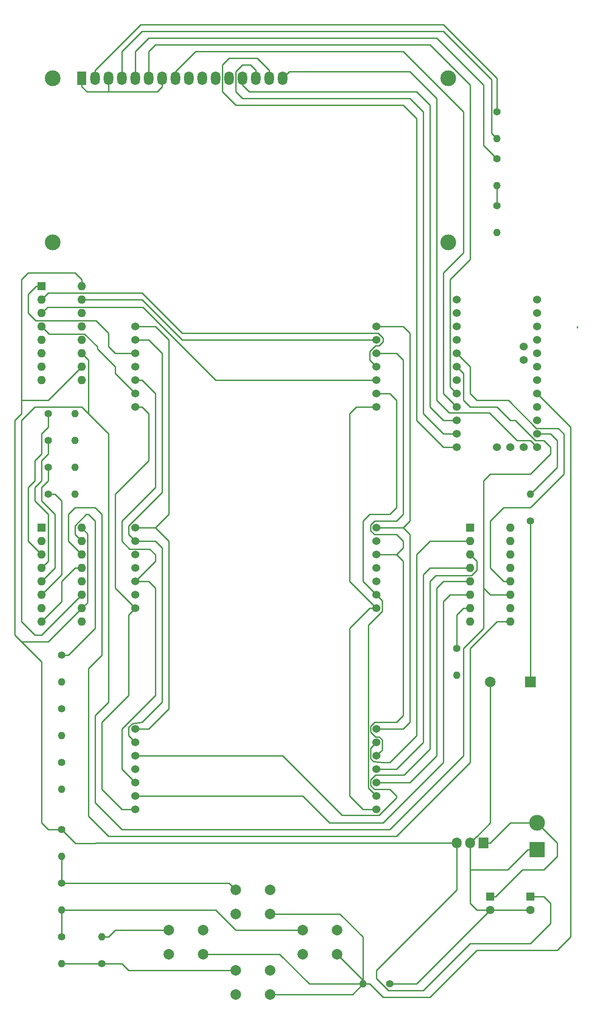
<source format=gtl>
G04 #@! TF.GenerationSoftware,KiCad,Pcbnew,5.1.5-52549c5~84~ubuntu19.10.1*
G04 #@! TF.CreationDate,2020-02-09T00:12:04+01:00*
G04 #@! TF.ProjectId,tetris-board,74657472-6973-42d6-926f-6172642e6b69,rev?*
G04 #@! TF.SameCoordinates,Original*
G04 #@! TF.FileFunction,Copper,L1,Top*
G04 #@! TF.FilePolarity,Positive*
%FSLAX46Y46*%
G04 Gerber Fmt 4.6, Leading zero omitted, Abs format (unit mm)*
G04 Created by KiCad (PCBNEW 5.1.5-52549c5~84~ubuntu19.10.1) date 2020-02-09 00:12:04*
%MOMM*%
%LPD*%
G04 APERTURE LIST*
%ADD10C,1.524000*%
%ADD11O,1.600000X1.600000*%
%ADD12R,1.600000X1.600000*%
%ADD13C,3.000000*%
%ADD14R,3.000000X3.000000*%
%ADD15O,1.905000X2.000000*%
%ADD16R,1.905000X2.000000*%
%ADD17C,1.600000*%
%ADD18O,1.800000X2.600000*%
%ADD19R,1.800000X2.600000*%
%ADD20C,2.000000*%
%ADD21O,1.400000X1.400000*%
%ADD22C,1.400000*%
%ADD23R,2.000000X2.000000*%
%ADD24C,0.250000*%
G04 APERTURE END LIST*
D10*
X111760000Y-74930000D03*
X111760000Y-77470000D03*
X99060000Y-66040000D03*
X99060000Y-68580000D03*
X99060000Y-71120000D03*
X99060000Y-73660000D03*
X99060000Y-76200000D03*
X99060000Y-78740000D03*
X99060000Y-81280000D03*
X99060000Y-83820000D03*
X99060000Y-86360000D03*
X99060000Y-88900000D03*
X99060000Y-91440000D03*
X99060000Y-93980000D03*
X106680000Y-93980000D03*
X109220000Y-93980000D03*
X111760000Y-93980000D03*
X114300000Y-66040000D03*
X114300000Y-68580000D03*
X114300000Y-71120000D03*
X114300000Y-73660000D03*
X114300000Y-76200000D03*
X114300000Y-78740000D03*
X114300000Y-81280000D03*
X114300000Y-83820000D03*
X114300000Y-86360000D03*
X114300000Y-88900000D03*
X114300000Y-91440000D03*
X114300000Y-93980000D03*
X83820000Y-162560000D03*
X83820000Y-160020000D03*
X83820000Y-157480000D03*
X83820000Y-154940000D03*
X83820000Y-152400000D03*
X83820000Y-149860000D03*
X83820000Y-147320000D03*
X38100000Y-162560000D03*
X38100000Y-160020000D03*
X38100000Y-157480000D03*
X38100000Y-154940000D03*
X38100000Y-152400000D03*
X38100000Y-149860000D03*
X38100000Y-147320000D03*
X83820000Y-124460000D03*
X83820000Y-121920000D03*
X83820000Y-119380000D03*
X83820000Y-116840000D03*
X83820000Y-114300000D03*
X83820000Y-111760000D03*
X83820000Y-109220000D03*
X38100000Y-124460000D03*
X38100000Y-121920000D03*
X38100000Y-119380000D03*
X38100000Y-116840000D03*
X38100000Y-114300000D03*
X38100000Y-111760000D03*
X38100000Y-109220000D03*
D11*
X27940000Y-63500000D03*
X20320000Y-81280000D03*
X27940000Y-66040000D03*
X20320000Y-78740000D03*
X27940000Y-68580000D03*
X20320000Y-76200000D03*
X27940000Y-71120000D03*
X20320000Y-73660000D03*
X27940000Y-73660000D03*
X20320000Y-71120000D03*
X27940000Y-76200000D03*
X20320000Y-68580000D03*
X27940000Y-78740000D03*
X20320000Y-66040000D03*
X27940000Y-81280000D03*
D12*
X20320000Y-63500000D03*
D10*
X83820000Y-86360000D03*
X83820000Y-83820000D03*
X83820000Y-81280000D03*
X83820000Y-78740000D03*
X83820000Y-76200000D03*
X83820000Y-73660000D03*
X83820000Y-71120000D03*
X38100000Y-86360000D03*
X38100000Y-83820000D03*
X38100000Y-81280000D03*
X38100000Y-78740000D03*
X38100000Y-76200000D03*
X38100000Y-73660000D03*
X38100000Y-71120000D03*
D11*
X27940000Y-109220000D03*
X20320000Y-127000000D03*
X27940000Y-111760000D03*
X20320000Y-124460000D03*
X27940000Y-114300000D03*
X20320000Y-121920000D03*
X27940000Y-116840000D03*
X20320000Y-119380000D03*
X27940000Y-119380000D03*
X20320000Y-116840000D03*
X27940000Y-121920000D03*
X20320000Y-114300000D03*
X27940000Y-124460000D03*
X20320000Y-111760000D03*
X27940000Y-127000000D03*
D12*
X20320000Y-109220000D03*
D13*
X114300000Y-165100000D03*
D14*
X114300000Y-170180000D03*
D15*
X99060000Y-168910000D03*
X101600000Y-168910000D03*
D16*
X104140000Y-168910000D03*
D17*
X113030000Y-181570000D03*
D12*
X113030000Y-179070000D03*
D17*
X105410000Y-181570000D03*
D12*
X105410000Y-179070000D03*
D13*
X97440000Y-24130000D03*
X97439480Y-55130700D03*
X22440900Y-55130700D03*
X22440900Y-24130000D03*
D18*
X66040000Y-24130000D03*
X63500000Y-24130000D03*
X60960000Y-24130000D03*
X58420000Y-24130000D03*
X55880000Y-24130000D03*
X53340000Y-24130000D03*
X50800000Y-24130000D03*
X48260000Y-24130000D03*
X45720000Y-24130000D03*
X43180000Y-24130000D03*
X40640000Y-24130000D03*
X38100000Y-24130000D03*
X35560000Y-24130000D03*
X33020000Y-24130000D03*
X30480000Y-24130000D03*
D19*
X27940000Y-24130000D03*
D20*
X76350000Y-185420000D03*
X76350000Y-189920000D03*
X69850000Y-185420000D03*
X69850000Y-189920000D03*
X63650000Y-193040000D03*
X63650000Y-197540000D03*
X57150000Y-193040000D03*
X57150000Y-197540000D03*
X63650000Y-177800000D03*
X63650000Y-182300000D03*
X57150000Y-177800000D03*
X57150000Y-182300000D03*
X50950000Y-185420000D03*
X50950000Y-189920000D03*
X44450000Y-185420000D03*
X44450000Y-189920000D03*
D21*
X113030000Y-102870000D03*
D22*
X113030000Y-107950000D03*
D21*
X106680000Y-35560000D03*
D22*
X106680000Y-30480000D03*
D21*
X106680000Y-44450000D03*
D22*
X106680000Y-39370000D03*
D21*
X106680000Y-53340000D03*
D22*
X106680000Y-48260000D03*
D21*
X81280000Y-195580000D03*
D22*
X86360000Y-195580000D03*
D21*
X31750000Y-186690000D03*
D22*
X31750000Y-191770000D03*
D21*
X24130000Y-191770000D03*
D22*
X24130000Y-186690000D03*
D21*
X24130000Y-181610000D03*
D22*
X24130000Y-176530000D03*
D21*
X24130000Y-171450000D03*
D22*
X24130000Y-166370000D03*
D20*
X105430000Y-138430000D03*
D23*
X113030000Y-138430000D03*
D21*
X26670000Y-102870000D03*
D22*
X21590000Y-102870000D03*
D21*
X26670000Y-97790000D03*
D22*
X21590000Y-97790000D03*
D21*
X26670000Y-92710000D03*
D22*
X21590000Y-92710000D03*
D21*
X26670000Y-87630000D03*
D22*
X21590000Y-87630000D03*
D21*
X24130000Y-138430000D03*
D22*
X24130000Y-133350000D03*
D21*
X99060000Y-137160000D03*
D22*
X99060000Y-132080000D03*
D21*
X24130000Y-158750000D03*
D22*
X24130000Y-153670000D03*
D21*
X24130000Y-148590000D03*
D22*
X24130000Y-143510000D03*
D11*
X109220000Y-109220000D03*
X101600000Y-127000000D03*
X109220000Y-111760000D03*
X101600000Y-124460000D03*
X109220000Y-114300000D03*
X101600000Y-121920000D03*
X109220000Y-116840000D03*
X101600000Y-119380000D03*
X109220000Y-119380000D03*
X101600000Y-116840000D03*
X109220000Y-121920000D03*
X101600000Y-114300000D03*
X109220000Y-124460000D03*
X101600000Y-111760000D03*
X109220000Y-127000000D03*
D12*
X101600000Y-109220000D03*
D24*
X121920000Y-71120000D02*
X121920000Y-71364999D01*
X83820000Y-81280000D02*
X53340000Y-81280000D01*
X21119999Y-67780001D02*
X20320000Y-68580000D01*
X21445001Y-67454999D02*
X21119999Y-67780001D01*
X39514999Y-67454999D02*
X21445001Y-67454999D01*
X53340000Y-81280000D02*
X39514999Y-67454999D01*
X83820000Y-78740000D02*
X82550000Y-77470000D01*
X84341761Y-74747001D02*
X85090000Y-73998762D01*
X83664237Y-74747001D02*
X84341761Y-74747001D01*
X82550000Y-77470000D02*
X82550000Y-75861238D01*
X82550000Y-75861238D02*
X83664237Y-74747001D01*
X85090000Y-73321238D02*
X84158762Y-72390000D01*
X85090000Y-73998762D02*
X85090000Y-73321238D01*
X84158762Y-72390000D02*
X46990000Y-72390000D01*
X46990000Y-72390000D02*
X39370000Y-64770000D01*
X21590000Y-64770000D02*
X20320000Y-66040000D01*
X39370000Y-64770000D02*
X21590000Y-64770000D01*
X83820000Y-73660000D02*
X46990000Y-73660000D01*
X39370000Y-66040000D02*
X27940000Y-66040000D01*
X46990000Y-73660000D02*
X39370000Y-66040000D01*
X34290000Y-80010000D02*
X38100000Y-83820000D01*
X34290000Y-78740000D02*
X34290000Y-80010000D01*
X28480001Y-72534999D02*
X30875002Y-74930000D01*
X30875002Y-74930000D02*
X30875002Y-75325002D01*
X21734999Y-72534999D02*
X28480001Y-72534999D01*
X20320000Y-71120000D02*
X21734999Y-72534999D01*
X30875002Y-75325002D02*
X34290000Y-78740000D01*
X38100000Y-76200000D02*
X34290000Y-76200000D01*
X34290000Y-76200000D02*
X33020000Y-74930000D01*
X33020000Y-74930000D02*
X33020000Y-72390000D01*
X30624999Y-69994999D02*
X19194999Y-69994999D01*
X33020000Y-72390000D02*
X30624999Y-69994999D01*
X19194999Y-69994999D02*
X17780000Y-68580000D01*
X17780000Y-64990000D02*
X19270000Y-63500000D01*
X19270000Y-63500000D02*
X20320000Y-63500000D01*
X17780000Y-68580000D02*
X17780000Y-64990000D01*
X90170000Y-157480000D02*
X83820000Y-157480000D01*
X95250000Y-152400000D02*
X90170000Y-157480000D01*
X95250000Y-120650000D02*
X95250000Y-152400000D01*
X99060000Y-119380000D02*
X96520000Y-119380000D01*
X96520000Y-119380000D02*
X95250000Y-120650000D01*
X99060000Y-119380000D02*
X101600000Y-119380000D01*
X92710000Y-149860000D02*
X87630000Y-154940000D01*
X99060000Y-116840000D02*
X93980000Y-116840000D01*
X87630000Y-154940000D02*
X83820000Y-154940000D01*
X92710000Y-118110000D02*
X92710000Y-149860000D01*
X93980000Y-116840000D02*
X92710000Y-118110000D01*
X99060000Y-116840000D02*
X101600000Y-116840000D01*
X93980000Y-111760000D02*
X99060000Y-111760000D01*
X91440000Y-114300000D02*
X93980000Y-111760000D01*
X91440000Y-148590000D02*
X91440000Y-114300000D01*
X86360000Y-153670000D02*
X91440000Y-148590000D01*
X82732999Y-150947001D02*
X82732999Y-152921761D01*
X83820000Y-149860000D02*
X82732999Y-150947001D01*
X99060000Y-111760000D02*
X101600000Y-111760000D01*
X82732999Y-152921761D02*
X83298239Y-153487001D01*
X83298239Y-153487001D02*
X85090000Y-153670000D01*
X85090000Y-153670000D02*
X86360000Y-153670000D01*
X69850000Y-160020000D02*
X38100000Y-160020000D01*
X97790000Y-121920000D02*
X96520000Y-123190000D01*
X101600000Y-121920000D02*
X97790000Y-121920000D01*
X74930000Y-165100000D02*
X69850000Y-160020000D01*
X85090000Y-165100000D02*
X74930000Y-165100000D01*
X96520000Y-123190000D02*
X96520000Y-153670000D01*
X96520000Y-153670000D02*
X85090000Y-165100000D01*
X84341761Y-163647001D02*
X77287001Y-163647001D01*
X66040000Y-152400000D02*
X38100000Y-152400000D01*
X87630000Y-160020000D02*
X87630000Y-160358762D01*
X77287001Y-163647001D02*
X66040000Y-152400000D01*
X86360000Y-158750000D02*
X87630000Y-160020000D01*
X83481238Y-158750000D02*
X86360000Y-158750000D01*
X101850003Y-118254999D02*
X95105001Y-118254999D01*
X102870000Y-115570000D02*
X102870000Y-117235002D01*
X102870000Y-117235002D02*
X101850003Y-118254999D01*
X95105001Y-118254999D02*
X93980000Y-119380000D01*
X93980000Y-119380000D02*
X93980000Y-151130000D01*
X82732999Y-158001761D02*
X83481238Y-158750000D01*
X93980000Y-151130000D02*
X89082999Y-156027001D01*
X101600000Y-114300000D02*
X102870000Y-115570000D01*
X89082999Y-156027001D02*
X83664237Y-156027001D01*
X83664237Y-156027001D02*
X82732999Y-156958239D01*
X87630000Y-160358762D02*
X84341761Y-163647001D01*
X82732999Y-156958239D02*
X82732999Y-158001761D01*
X25400000Y-106680000D02*
X25400000Y-111760000D01*
X26670000Y-105410000D02*
X25400000Y-106680000D01*
X87630000Y-167640000D02*
X33020000Y-167640000D01*
X101600000Y-153670000D02*
X87630000Y-167640000D01*
X33020000Y-167640000D02*
X29210000Y-163830000D01*
X31750000Y-133350000D02*
X31750000Y-106680000D01*
X30480000Y-105410000D02*
X26670000Y-105410000D01*
X29210000Y-135890000D02*
X31750000Y-133350000D01*
X101600000Y-132080000D02*
X101600000Y-153670000D01*
X25400000Y-111760000D02*
X27940000Y-114300000D01*
X106680000Y-127000000D02*
X101600000Y-132080000D01*
X31750000Y-106680000D02*
X30480000Y-105410000D01*
X109220000Y-127000000D02*
X106680000Y-127000000D01*
X29210000Y-163830000D02*
X29210000Y-135890000D01*
X37338001Y-156718001D02*
X38100000Y-157480000D01*
X35560000Y-154940000D02*
X38100000Y-157480000D01*
X38100000Y-119380000D02*
X40640000Y-119380000D01*
X41910000Y-120650000D02*
X41910000Y-140970000D01*
X35560000Y-147320000D02*
X35560000Y-154940000D01*
X41910000Y-140970000D02*
X35560000Y-147320000D01*
X40640000Y-119380000D02*
X41910000Y-120650000D01*
X40822999Y-113212999D02*
X41910000Y-114300000D01*
X35560000Y-111760000D02*
X37012999Y-113212999D01*
X41910000Y-114300000D02*
X41910000Y-115570000D01*
X37012999Y-113212999D02*
X40822999Y-113212999D01*
X38100000Y-81280000D02*
X39370000Y-81280000D01*
X41910000Y-83820000D02*
X41910000Y-101600000D01*
X35560000Y-107950000D02*
X35560000Y-111760000D01*
X41910000Y-115570000D02*
X38100000Y-119380000D01*
X39370000Y-81280000D02*
X41910000Y-83820000D01*
X41910000Y-101600000D02*
X35560000Y-107950000D01*
X41910000Y-109220000D02*
X38100000Y-109220000D01*
X41910000Y-109220000D02*
X44450000Y-111760000D01*
X44450000Y-106680000D02*
X41910000Y-109220000D01*
X41910000Y-71120000D02*
X44450000Y-73660000D01*
X44450000Y-73660000D02*
X44450000Y-106680000D01*
X38100000Y-71120000D02*
X41910000Y-71120000D01*
X44450000Y-143510000D02*
X40640000Y-147320000D01*
X40640000Y-147320000D02*
X38100000Y-147320000D01*
X44450000Y-111760000D02*
X44450000Y-143510000D01*
X36830000Y-148590000D02*
X37338001Y-149098001D01*
X36830000Y-146981238D02*
X36830000Y-148590000D01*
X37578239Y-146232999D02*
X36830000Y-146981238D01*
X37338001Y-149098001D02*
X38100000Y-149860000D01*
X38100000Y-111760000D02*
X41910000Y-111760000D01*
X41910000Y-111760000D02*
X43180000Y-113030000D01*
X43180000Y-142240000D02*
X39370000Y-146050000D01*
X43180000Y-113030000D02*
X43180000Y-142240000D01*
X39370000Y-146050000D02*
X37578239Y-146232999D01*
X36830000Y-110490000D02*
X38100000Y-111760000D01*
X40640000Y-73660000D02*
X43180000Y-76200000D01*
X38100000Y-73660000D02*
X40640000Y-73660000D01*
X36830000Y-108881238D02*
X36830000Y-110490000D01*
X43180000Y-76200000D02*
X43180000Y-102531238D01*
X43180000Y-102531238D02*
X36830000Y-108881238D01*
X101600000Y-124460000D02*
X100330000Y-124460000D01*
X99060000Y-125730000D02*
X99060000Y-132080000D01*
X100330000Y-124460000D02*
X99060000Y-125730000D01*
X35560000Y-162560000D02*
X38100000Y-162560000D01*
X36830000Y-125730000D02*
X36830000Y-140970000D01*
X36830000Y-140970000D02*
X31750000Y-146050000D01*
X38100000Y-124460000D02*
X36830000Y-125730000D01*
X31750000Y-146050000D02*
X31750000Y-158750000D01*
X31750000Y-158750000D02*
X35560000Y-162560000D01*
X34290000Y-120650000D02*
X38100000Y-124460000D01*
X38100000Y-86360000D02*
X39370000Y-86360000D01*
X40640000Y-96520000D02*
X34290000Y-102870000D01*
X40640000Y-87630000D02*
X40640000Y-96520000D01*
X39370000Y-86360000D02*
X40640000Y-87630000D01*
X34290000Y-102870000D02*
X34290000Y-120650000D01*
X27940000Y-111760000D02*
X26670000Y-110490000D01*
X26670000Y-110490000D02*
X26670000Y-108824998D01*
X26670000Y-108824998D02*
X28814998Y-106680000D01*
X29210000Y-106680000D02*
X30480000Y-107950000D01*
X28814998Y-106680000D02*
X29210000Y-106680000D01*
X24130000Y-133350000D02*
X25400000Y-133350000D01*
X25400000Y-133350000D02*
X30480000Y-128270000D01*
X30480000Y-107950000D02*
X30480000Y-128270000D01*
X88900000Y-113030000D02*
X87630000Y-114300000D01*
X87630000Y-107950000D02*
X83481238Y-107950000D01*
X88900000Y-106680000D02*
X87630000Y-107950000D01*
X83481238Y-107950000D02*
X82732999Y-108698239D01*
X87630000Y-110490000D02*
X88900000Y-111760000D01*
X87630000Y-114300000D02*
X83820000Y-114300000D01*
X88900000Y-77470000D02*
X88900000Y-106680000D01*
X83820000Y-76200000D02*
X87630000Y-76200000D01*
X87630000Y-76200000D02*
X88900000Y-77470000D01*
X83481238Y-110490000D02*
X87630000Y-110490000D01*
X82732999Y-108698239D02*
X82732999Y-109741761D01*
X88900000Y-111760000D02*
X88900000Y-113030000D01*
X82732999Y-109741761D02*
X83481238Y-110490000D01*
X87630000Y-114300000D02*
X88900000Y-115570000D01*
X88900000Y-115570000D02*
X88900000Y-144780000D01*
X88900000Y-144780000D02*
X87630000Y-146050000D01*
X84907001Y-151312999D02*
X84581999Y-151638001D01*
X83664237Y-148772999D02*
X84341761Y-148772999D01*
X82732999Y-147841761D02*
X83664237Y-148772999D01*
X84581999Y-151638001D02*
X83820000Y-152400000D01*
X84907001Y-149338239D02*
X84907001Y-151312999D01*
X82732999Y-146798239D02*
X82732999Y-147841761D01*
X84341761Y-148772999D02*
X84907001Y-149338239D01*
X83481238Y-146050000D02*
X82732999Y-146798239D01*
X87630000Y-146050000D02*
X83481238Y-146050000D01*
X17780000Y-111760000D02*
X20320000Y-114300000D01*
X17780000Y-101600000D02*
X17780000Y-111760000D01*
X19050000Y-100330000D02*
X17780000Y-101600000D01*
X21590000Y-90170000D02*
X20320000Y-91440000D01*
X20320000Y-91440000D02*
X20320000Y-95250000D01*
X20320000Y-95250000D02*
X19050000Y-96520000D01*
X21590000Y-87630000D02*
X21590000Y-90170000D01*
X19050000Y-96520000D02*
X19050000Y-100330000D01*
X78740000Y-160020000D02*
X81280000Y-162560000D01*
X78740000Y-128270000D02*
X78740000Y-160020000D01*
X81280000Y-162560000D02*
X83820000Y-162560000D01*
X83820000Y-124460000D02*
X82550000Y-124460000D01*
X82550000Y-124460000D02*
X78740000Y-128270000D01*
X83820000Y-86360000D02*
X80010000Y-86360000D01*
X80010000Y-86360000D02*
X78740000Y-87630000D01*
X78740000Y-119380000D02*
X83820000Y-124460000D01*
X78740000Y-87630000D02*
X78740000Y-119380000D01*
X21590000Y-92710000D02*
X21590000Y-95250000D01*
X21590000Y-95250000D02*
X20320000Y-96520000D01*
X20320000Y-96520000D02*
X20320000Y-100330000D01*
X20320000Y-100330000D02*
X19050000Y-101600000D01*
X19050000Y-101600000D02*
X19050000Y-104140000D01*
X21590000Y-106680000D02*
X21590000Y-115570000D01*
X21590000Y-115570000D02*
X20320000Y-116840000D01*
X19050000Y-104140000D02*
X21590000Y-106680000D01*
X88900000Y-109220000D02*
X83820000Y-109220000D01*
X90170000Y-107950000D02*
X88900000Y-109220000D01*
X90170000Y-72390000D02*
X90170000Y-107950000D01*
X83820000Y-71120000D02*
X88900000Y-71120000D01*
X88900000Y-71120000D02*
X90170000Y-72390000D01*
X88900000Y-109220000D02*
X90170000Y-110490000D01*
X90170000Y-110490000D02*
X90170000Y-146050000D01*
X90170000Y-146050000D02*
X88900000Y-147320000D01*
X88900000Y-147320000D02*
X83820000Y-147320000D01*
X21590000Y-100330000D02*
X20320000Y-101600000D01*
X21590000Y-97790000D02*
X21590000Y-100330000D01*
X20320000Y-101600000D02*
X20320000Y-104140000D01*
X22860000Y-106680000D02*
X22860000Y-116840000D01*
X22860000Y-116840000D02*
X20320000Y-119380000D01*
X20320000Y-104140000D02*
X22860000Y-106680000D01*
X81280000Y-119380000D02*
X83820000Y-121920000D01*
X82550000Y-106680000D02*
X81280000Y-107950000D01*
X81280000Y-107950000D02*
X81280000Y-119380000D01*
X86360000Y-83820000D02*
X87630000Y-85090000D01*
X83820000Y-83820000D02*
X86360000Y-83820000D01*
X86360000Y-106680000D02*
X82550000Y-106680000D01*
X87630000Y-85090000D02*
X87630000Y-105410000D01*
X87630000Y-105410000D02*
X86360000Y-106680000D01*
X84907001Y-123007001D02*
X84581999Y-122681999D01*
X84581999Y-122681999D02*
X83820000Y-121920000D01*
X84907001Y-124981761D02*
X84907001Y-123007001D01*
X82282990Y-127605772D02*
X84907001Y-124981761D01*
X82282990Y-158482990D02*
X82282990Y-127605772D01*
X83820000Y-160020000D02*
X82282990Y-158482990D01*
X21590000Y-102870000D02*
X22860000Y-102870000D01*
X22860000Y-119380000D02*
X20320000Y-121920000D01*
X24130000Y-118110000D02*
X22860000Y-119380000D01*
X24130000Y-104140000D02*
X24130000Y-118110000D01*
X22860000Y-102870000D02*
X24130000Y-104140000D01*
X113030000Y-107950000D02*
X113030000Y-138430000D01*
X104140000Y-36830000D02*
X106680000Y-39370000D01*
X38100000Y-24130000D02*
X38100000Y-19050000D01*
X40640000Y-16510000D02*
X95250000Y-16510000D01*
X95250000Y-16510000D02*
X104140000Y-25400000D01*
X38100000Y-19050000D02*
X40640000Y-16510000D01*
X104140000Y-25400000D02*
X104140000Y-36830000D01*
X106680000Y-24130000D02*
X106680000Y-30480000D01*
X39090000Y-13970000D02*
X96520000Y-13970000D01*
X96520000Y-13970000D02*
X106680000Y-24130000D01*
X30480000Y-22580000D02*
X39090000Y-13970000D01*
X30480000Y-24130000D02*
X30480000Y-22580000D01*
X24130000Y-171450000D02*
X24130000Y-176530000D01*
X55880000Y-176530000D02*
X57150000Y-177800000D01*
X24130000Y-176530000D02*
X55880000Y-176530000D01*
X24130000Y-181610000D02*
X24130000Y-186690000D01*
X24130000Y-181610000D02*
X53340000Y-181610000D01*
X53340000Y-181610000D02*
X57150000Y-185420000D01*
X57150000Y-185420000D02*
X69850000Y-185420000D01*
X24130000Y-191770000D02*
X31750000Y-191770000D01*
X31750000Y-191770000D02*
X35560000Y-191770000D01*
X36830000Y-193040000D02*
X57150000Y-193040000D01*
X35560000Y-191770000D02*
X36830000Y-193040000D01*
X31750000Y-186690000D02*
X33020000Y-186690000D01*
X34290000Y-185420000D02*
X44450000Y-185420000D01*
X33020000Y-186690000D02*
X34290000Y-185420000D01*
X106680000Y-44450000D02*
X106680000Y-48260000D01*
X105654999Y-34534999D02*
X105980001Y-34860001D01*
X105980001Y-34860001D02*
X106680000Y-35560000D01*
X39370000Y-15240000D02*
X96520000Y-15240000D01*
X35560000Y-19050000D02*
X39370000Y-15240000D01*
X96520000Y-15240000D02*
X105654999Y-24374999D01*
X35560000Y-24130000D02*
X35560000Y-19050000D01*
X105654999Y-24374999D02*
X105654999Y-34534999D01*
X27940000Y-63500000D02*
X27940000Y-62230000D01*
X27940000Y-62230000D02*
X26670000Y-60960000D01*
X26670000Y-60960000D02*
X17780000Y-60960000D01*
X17780000Y-60960000D02*
X16510000Y-62230000D01*
X16510000Y-62230000D02*
X16510000Y-85090000D01*
X21590000Y-85090000D02*
X16510000Y-85090000D01*
X27940000Y-78740000D02*
X21590000Y-85090000D01*
X27940000Y-124460000D02*
X21590000Y-130810000D01*
X21590000Y-130810000D02*
X16510000Y-130810000D01*
X28739999Y-123660001D02*
X27940000Y-124460000D01*
X29065001Y-123334999D02*
X28739999Y-123660001D01*
X29065001Y-110345001D02*
X29065001Y-123334999D01*
X27940000Y-109220000D02*
X29065001Y-110345001D01*
X16510000Y-87630000D02*
X15240000Y-88900000D01*
X15240000Y-88900000D02*
X15240000Y-129540000D01*
X15240000Y-129540000D02*
X16510000Y-130810000D01*
X20320000Y-165100000D02*
X21590000Y-166370000D01*
X20320000Y-134620000D02*
X20320000Y-165100000D01*
X16510000Y-130810000D02*
X20320000Y-134620000D01*
X21590000Y-166370000D02*
X24130000Y-166370000D01*
X16510000Y-85090000D02*
X16510000Y-87630000D01*
X26725001Y-168965001D02*
X30535001Y-168965001D01*
X24130000Y-166370000D02*
X26725001Y-168965001D01*
X83820000Y-193040000D02*
X99060000Y-177800000D01*
X83820000Y-194557002D02*
X83820000Y-193040000D01*
X86112998Y-196850000D02*
X83820000Y-194557002D01*
X99060000Y-177800000D02*
X99060000Y-168910000D01*
X92710000Y-196850000D02*
X86112998Y-196850000D01*
X101600000Y-187960000D02*
X92710000Y-196850000D01*
X113030000Y-187960000D02*
X109220000Y-187960000D01*
X109220000Y-187960000D02*
X101600000Y-187960000D01*
X116840000Y-180340000D02*
X116840000Y-184150000D01*
X110710000Y-187960000D02*
X109220000Y-187960000D01*
X113030000Y-179070000D02*
X115570000Y-179070000D01*
X116840000Y-184150000D02*
X113030000Y-187960000D01*
X115570000Y-179070000D02*
X116840000Y-180340000D01*
X30590002Y-168910000D02*
X99060000Y-168910000D01*
X30535001Y-168965001D02*
X30590002Y-168910000D01*
X113538001Y-93218001D02*
X114300000Y-93980000D01*
X113030000Y-92710000D02*
X113538001Y-93218001D01*
X110490000Y-92710000D02*
X113030000Y-92710000D01*
X97607001Y-87447001D02*
X105227001Y-87447001D01*
X66040000Y-24130000D02*
X67310000Y-22860000D01*
X95250000Y-27940000D02*
X95250000Y-85090000D01*
X105227001Y-87447001D02*
X110490000Y-92710000D01*
X67310000Y-22860000D02*
X90170000Y-22860000D01*
X90170000Y-22860000D02*
X95250000Y-27940000D01*
X95250000Y-85090000D02*
X97607001Y-87447001D01*
X63500000Y-24130000D02*
X63500000Y-22580000D01*
X63500000Y-22580000D02*
X62059991Y-21139991D01*
X63500000Y-22580000D02*
X61240000Y-20320000D01*
X61240000Y-20320000D02*
X57150000Y-20320000D01*
X57150000Y-20320000D02*
X55880000Y-20320000D01*
X55880000Y-20320000D02*
X54610000Y-21590000D01*
X54610000Y-24130000D02*
X54610000Y-26670000D01*
X54610000Y-24130000D02*
X54610000Y-24992425D01*
X54610000Y-21590000D02*
X54610000Y-24130000D01*
X54610000Y-26670000D02*
X57150000Y-29210000D01*
X57150000Y-29210000D02*
X88900000Y-29210000D01*
X88900000Y-29210000D02*
X91440000Y-31750000D01*
X91440000Y-31750000D02*
X91440000Y-88900000D01*
X96520000Y-93980000D02*
X99060000Y-93980000D01*
X91440000Y-88900000D02*
X96520000Y-93980000D01*
X60960000Y-22580000D02*
X59970000Y-21590000D01*
X60960000Y-24130000D02*
X60960000Y-22580000D01*
X59970000Y-21590000D02*
X58420000Y-21590000D01*
X58420000Y-21590000D02*
X57150000Y-22860000D01*
X57150000Y-22860000D02*
X57150000Y-26670000D01*
X57150000Y-26670000D02*
X58420000Y-27940000D01*
X58420000Y-27940000D02*
X90170000Y-27940000D01*
X90170000Y-27940000D02*
X92710000Y-30480000D01*
X92710000Y-30480000D02*
X92710000Y-87630000D01*
X96520000Y-91440000D02*
X99060000Y-91440000D01*
X92710000Y-87630000D02*
X96520000Y-91440000D01*
X96520000Y-88900000D02*
X99060000Y-88900000D01*
X93980000Y-86360000D02*
X96520000Y-88900000D01*
X58420000Y-25400000D02*
X59690000Y-26670000D01*
X59690000Y-26670000D02*
X91440000Y-26670000D01*
X58420000Y-24130000D02*
X58420000Y-25400000D01*
X91440000Y-26670000D02*
X93980000Y-29210000D01*
X93980000Y-29210000D02*
X93980000Y-86360000D01*
X96520000Y-60960000D02*
X96520000Y-83820000D01*
X96520000Y-83820000D02*
X99060000Y-86360000D01*
X100330000Y-57150000D02*
X96520000Y-60960000D01*
X45720000Y-22860000D02*
X49530000Y-19050000D01*
X49530000Y-19050000D02*
X88900000Y-19050000D01*
X88900000Y-19050000D02*
X100330000Y-30480000D01*
X45720000Y-24130000D02*
X45720000Y-22860000D01*
X100330000Y-30480000D02*
X100330000Y-57150000D01*
X97790000Y-62230000D02*
X97790000Y-82550000D01*
X40640000Y-24130000D02*
X40640000Y-19050000D01*
X41910000Y-17780000D02*
X93980000Y-17780000D01*
X40640000Y-19050000D02*
X41910000Y-17780000D01*
X101600000Y-58420000D02*
X97790000Y-62230000D01*
X93980000Y-17780000D02*
X101600000Y-25400000D01*
X97790000Y-82550000D02*
X99060000Y-83820000D01*
X101600000Y-25400000D02*
X101600000Y-58420000D01*
X63650000Y-182300000D02*
X76890000Y-182300000D01*
X81280000Y-186690000D02*
X81280000Y-195580000D01*
X76890000Y-182300000D02*
X81280000Y-186690000D01*
X81280000Y-194850000D02*
X81280000Y-195580000D01*
X76350000Y-189920000D02*
X81280000Y-194850000D01*
X50950000Y-189920000D02*
X65460000Y-189920000D01*
X71120000Y-195580000D02*
X81280000Y-195580000D01*
X65460000Y-189920000D02*
X71120000Y-195580000D01*
X79320000Y-197540000D02*
X81280000Y-195580000D01*
X63650000Y-197540000D02*
X79320000Y-197540000D01*
X82550000Y-195580000D02*
X81280000Y-195580000D01*
X85090000Y-198120000D02*
X82550000Y-195580000D01*
X114300000Y-83820000D02*
X120650000Y-90170000D01*
X120650000Y-90170000D02*
X120650000Y-186690000D01*
X93980000Y-198120000D02*
X85090000Y-198120000D01*
X118110000Y-189230000D02*
X102870000Y-189230000D01*
X102870000Y-189230000D02*
X93980000Y-198120000D01*
X120650000Y-186690000D02*
X118110000Y-189230000D01*
X113729999Y-102170001D02*
X113030000Y-102870000D01*
X114300000Y-91440000D02*
X116840000Y-91440000D01*
X118110000Y-92710000D02*
X118110000Y-97790000D01*
X118110000Y-97790000D02*
X113729999Y-102170001D01*
X116840000Y-91440000D02*
X118110000Y-92710000D01*
X107950000Y-119380000D02*
X109220000Y-119380000D01*
X101600000Y-83820000D02*
X102870000Y-85090000D01*
X118292999Y-90352999D02*
X119380000Y-91440000D01*
X101600000Y-78740000D02*
X101600000Y-83820000D01*
X108881238Y-85090000D02*
X114144237Y-90352999D01*
X102870000Y-85090000D02*
X108881238Y-85090000D01*
X99060000Y-76200000D02*
X101600000Y-78740000D01*
X114144237Y-90352999D02*
X118292999Y-90352999D01*
X119380000Y-91440000D02*
X119380000Y-99060000D01*
X105410000Y-116840000D02*
X107950000Y-119380000D01*
X107950000Y-105410000D02*
X105410000Y-107950000D01*
X119380000Y-99060000D02*
X113030000Y-105410000D01*
X105410000Y-107950000D02*
X105410000Y-116840000D01*
X113030000Y-105410000D02*
X107950000Y-105410000D01*
X27940000Y-121920000D02*
X20320000Y-129540000D01*
X20320000Y-129540000D02*
X19050000Y-129540000D01*
X19050000Y-129540000D02*
X17780000Y-128270000D01*
X17780000Y-128270000D02*
X16510000Y-127000000D01*
X16510000Y-127000000D02*
X16510000Y-88900000D01*
X16510000Y-88900000D02*
X19050000Y-86360000D01*
X19050000Y-86360000D02*
X26917002Y-86360000D01*
X26917002Y-86360000D02*
X27940000Y-86360000D01*
X29210000Y-77470000D02*
X29210000Y-87630000D01*
X27940000Y-86360000D02*
X29210000Y-87630000D01*
X27940000Y-76200000D02*
X29210000Y-77470000D01*
X105410000Y-121920000D02*
X109220000Y-121920000D01*
X104140000Y-120650000D02*
X105410000Y-121920000D01*
X33020000Y-91440000D02*
X29210000Y-87630000D01*
X33020000Y-142240000D02*
X33020000Y-91440000D01*
X30480000Y-161290000D02*
X30480000Y-144780000D01*
X104140000Y-120650000D02*
X104140000Y-128270000D01*
X30480000Y-144780000D02*
X33020000Y-142240000D01*
X100330000Y-152400000D02*
X86360000Y-166370000D01*
X35560000Y-166370000D02*
X30480000Y-161290000D01*
X86360000Y-166370000D02*
X35560000Y-166370000D01*
X104140000Y-128270000D02*
X100330000Y-132080000D01*
X100330000Y-132080000D02*
X100330000Y-152400000D01*
X100330000Y-85090000D02*
X101600000Y-86360000D01*
X106680000Y-86360000D02*
X109220000Y-88900000D01*
X100330000Y-80010000D02*
X100330000Y-85090000D01*
X101600000Y-86360000D02*
X106680000Y-86360000D01*
X99060000Y-78740000D02*
X100330000Y-80010000D01*
X104140000Y-100330000D02*
X104140000Y-120650000D01*
X105410000Y-99060000D02*
X104140000Y-100330000D01*
X115570000Y-92710000D02*
X116840000Y-93980000D01*
X109220000Y-88900000D02*
X110151238Y-88900000D01*
X110151238Y-88900000D02*
X113961238Y-92710000D01*
X113961238Y-92710000D02*
X115570000Y-92710000D01*
X116840000Y-95250000D02*
X113030000Y-99060000D01*
X113030000Y-99060000D02*
X105410000Y-99060000D01*
X116840000Y-93980000D02*
X116840000Y-95250000D01*
X27940000Y-116840000D02*
X26670000Y-116840000D01*
X26670000Y-116840000D02*
X24130000Y-119380000D01*
X24130000Y-123190000D02*
X20320000Y-127000000D01*
X24130000Y-119380000D02*
X24130000Y-123190000D01*
X27940000Y-24130000D02*
X27940000Y-25680000D01*
X27940000Y-25680000D02*
X28930000Y-26670000D01*
X43180000Y-25680000D02*
X42216439Y-26643561D01*
X43180000Y-24130000D02*
X43180000Y-25680000D01*
X42216439Y-26643561D02*
X34316439Y-26643561D01*
X31750000Y-26670000D02*
X28930000Y-26670000D01*
X33020000Y-24130000D02*
X33020000Y-26670000D01*
X31750000Y-26670000D02*
X33020000Y-26670000D01*
X33020000Y-26670000D02*
X35560000Y-26670000D01*
X113030000Y-181570000D02*
X105410000Y-181570000D01*
X91400000Y-195580000D02*
X105410000Y-181570000D01*
X86360000Y-195580000D02*
X91400000Y-195580000D01*
X105410000Y-181570000D02*
X102830000Y-181570000D01*
X102830000Y-181570000D02*
X101600000Y-180340000D01*
X108740000Y-173990000D02*
X101600000Y-173990000D01*
X112550000Y-170180000D02*
X108740000Y-173990000D01*
X114300000Y-170180000D02*
X112550000Y-170180000D01*
X101600000Y-180340000D02*
X101600000Y-173990000D01*
X101600000Y-173990000D02*
X101600000Y-168910000D01*
X101600000Y-168862500D02*
X101600000Y-168910000D01*
X102802500Y-167660000D02*
X101600000Y-168862500D01*
X105430000Y-165080000D02*
X102850000Y-167660000D01*
X102850000Y-167660000D02*
X102802500Y-167660000D01*
X105430000Y-138430000D02*
X105430000Y-165080000D01*
X106460000Y-179070000D02*
X111540000Y-173990000D01*
X105410000Y-179070000D02*
X106460000Y-179070000D01*
X111540000Y-173990000D02*
X115570000Y-173990000D01*
X115570000Y-173990000D02*
X118110000Y-171450000D01*
X118110000Y-168910000D02*
X114300000Y-165100000D01*
X118110000Y-171450000D02*
X118110000Y-168910000D01*
X105410000Y-168910000D02*
X104140000Y-168910000D01*
X114300000Y-165100000D02*
X109220000Y-165100000D01*
X109220000Y-165100000D02*
X105410000Y-168910000D01*
M02*

</source>
